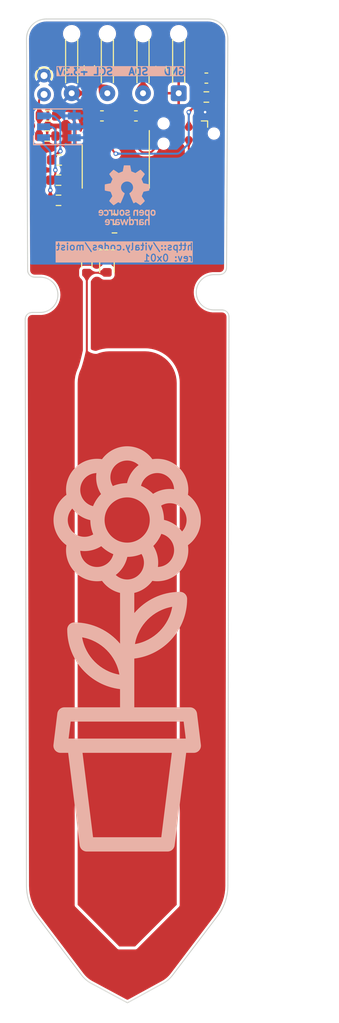
<source format=kicad_pcb>
(kicad_pcb (version 20221018) (generator pcbnew)
  (title_block (date "2023-03-28"))
  (layers (0 "F.Cu" signal) (31 "B.Cu" signal) (34 "B.Paste" user) (35 "F.Paste" user) (36 "B.SilkS" user "B.Silkscreen") (37 "F.SilkS" user "F.Silkscreen") (38 "B.Mask" user) (39 "F.Mask" user) (44 "Edge.Cuts" user))
  (net 0 "")
  (net 2 "+3.3V")
  (net 3 "GND")
  (net 10 "Net-(D1-K)")
  (net 11 "Net-(D1-A)")
  (net 12 "/SWDIO")
  (net 13 "/SWCLK")
  (net 14 "/I2C_SCL")
  (net 15 "/I2C_SDA")
  (net 16 "Net-(U1-PA4)")
  (net 17 "/LED_R")
  (net 18 "/LED_G")
  (net 19 "/LED_B")
  (net 20 "Net-(J2-~{RESET})")
  (net 21 "Net-(J1-Pin_2)")
  (net 22 "Net-(J1-Pin_3)")
  (net 24 "Net-(D2-RK)")
  (net 25 "Net-(D2-GK)")
  (net 26 "Net-(D2-BK)")
  (net 27 "/PHOTO_SENSE")
  (net 28 "Net-(R10-Pad2)")
  (footprint "Diode_SMD:D_0603_1608Metric" (layer "F.Cu") (at 125.349 81.026 -90)
    (fp_text reference "D1" hide)
    (fp_text value "D_Schottky")
  )
  (footprint "Resistor_SMD:R_0603_1608Metric" (layer "F.Cu") (at 130.81 61.278 -90)
    (fp_text reference "R2" hide)
    (fp_text value "200R")
  )
  (footprint "Capacitor_SMD:C_0603_1608Metric" (layer "F.Cu") (at 124.841 66.04 180)
    (fp_text reference "C3" hide)
    (fp_text value "100nF")
  )
  (footprint "Capacitor_SMD:C_0603_1608Metric" (layer "F.Cu") (at 128.27 66.04)
    (fp_text reference "C2" hide)
    (fp_text value "10uF")
  )
  (footprint "Resistor_SMD:R_0603_1608Metric" (layer "F.Cu") (at 119.38 66.04 180)
    (fp_text reference "R9" hide)
    (fp_text value "10K")
  )
  (footprint "Capacitor_SMD:C_0603_1608Metric" (layer "F.Cu") (at 126.111 76.454)
    (fp_text reference "C4" hide)
    (fp_text value "100nF")
  )
  (footprint "Resistor_THT:R_Axial_DIN0204_L3.6mm_D1.6mm_P1.90mm_Vertical" (layer "F.Cu") (at 118.999 61.976 -90)
    (fp_text reference "R10" hide)
    (fp_text value "R_Photo")
  )
  (footprint "Resistor_SMD:R_0603_1608Metric" (layer "F.Cu") (at 120.46 72.517 180)
    (fp_text reference "R7" hide)
    (fp_text value "200R")
  )
  (footprint "Resistor_SMD:R_0603_1608Metric" (layer "F.Cu") (at 126.111 78.359)
    (fp_text reference "R5" hide)
    (fp_text value "1M")
  )
  (footprint "Resistor_SMD:R_0603_1608Metric" (layer "F.Cu") (at 123.317 81.026 -90)
    (fp_text reference "R4" hide)
    (fp_text value "10K")
  )
  (footprint "Connector:Tag-Connect_TC2030-IDC-NL_2x03_P1.27mm_Vertical" (layer "F.Cu") (at 133.604 67.818 180)
    (fp_text reference "J2" hide)
    (fp_text value "Conn_ARM_SWD_TagConnect_TC2030-NL")
  )
  (footprint "Resistor_SMD:R_0603_1608Metric" (layer "F.Cu") (at 123.571 61.214 -90)
    (fp_text reference "R1" hide)
    (fp_text value "200R")
  )
  (footprint "Resistor_SMD:R_0603_1608Metric" (layer "F.Cu") (at 120.523 70.485 180)
    (fp_text reference "R8" hide)
    (fp_text value "200R")
  )
  (footprint "Capacitor_SMD:C_0603_1608Metric" (layer "F.Cu") (at 135.382 62.23)
    (fp_text reference "C1" hide)
    (fp_text value "100nF")
  )
  (footprint "SensorPad:SensorPad" (layer "F.Cu") (at 127.388932 119.768932)
    (fp_text reference "J3" hide)
    (fp_text value "Sensor")
  )
  (footprint "Resistor_SMD:R_0603_1608Metric" (layer "F.Cu") (at 120.46 74.549 180)
    (fp_text reference "R6" hide)
    (fp_text value "200R")
  )
  (footprint "Package_SO:TSSOP-20_4.4x6.5mm_P0.65mm" (layer "F.Cu") (at 126.238 71.12 -90)
    (fp_text reference "U1" hide)
    (fp_text value "STM32G030F6Px")
  )
  (footprint "Resistor_SMD:R_0603_1608Metric" (layer "F.Cu") (at 135.382 64.135)
    (fp_text reference "R3" hide)
    (fp_text value "10K")
  )
  (footprint "Connector_Wire:SolderWire-0.1sqmm_1x04_P3.6mm_D0.4mm_OD1mm_Relief" (layer "F.Cu") (at 132.588 63.754 180)
    (fp_text reference "J1" hide)
    (fp_text value "EXT")
  )
  (footprint "Resistor_SMD:R_0603_1608Metric" (layer "F.Cu") (at 119.317 68.072)
    (fp_text reference "R11" hide)
    (fp_text value "10K")
  )
  (footprint "LED_SMD:LED_RGB_PLCC-6" (layer "B.Cu") (at 120.497 67.14)
    (fp_text reference "D2" hide)
    (fp_text value "LED_RGB")
  )
  (footprint "Symbol:OSHW-Logo_5.7x6mm_SilkScreen" (layer "B.Cu") (at 127.381 74.041 180)
    (fp_text reference "REF**" hide)
    (fp_text value "OSHW-Logo_5.7x6mm_SilkScreen" hide)
  )
  (gr_poly (pts (xy 127.578523 99.348241) (xy 127.765844 99.365386) (xy 127.950606 99.393624) (xy 128.132389 99.432679) (xy 128.310772 99.482275) (xy 128.485337 99.542137) (xy 128.655662 99.61199) (xy 128.821327 99.691556) (xy 128.981912 99.780562) (xy 129.136997 99.87873) (xy 129.286161 99.985786) (xy 129.428986 100.101453) (xy 129.565049 100.225456) (xy 129.693932 100.357519) (xy 129.815213 100.497367) (xy 129.928473 100.644723) (xy 130.112779 100.620597) (xy 130.297451 100.607459) (xy 130.481997 100.605208) (xy 130.665924 100.613741) (xy 130.848742 100.632955) (xy 131.029958 100.662749) (xy 131.209081 100.703021) (xy 131.385618 100.753668) (xy 131.559079 100.814588) (xy 131.728972 100.885679) (xy 131.894804 100.966839) (xy 132.056084 101.057965) (xy 132.21232 101.158956) (xy 132.363021 101.269709) (xy 132.507694 101.390122) (xy 132.645848 101.520092) (xy 132.775834 101.658246) (xy 132.896259 101.802919) (xy 133.007023 101.953619) (xy 133.108021 102.109852) (xy 133.199152 102.271127) (xy 133.280313 102.436952) (xy 133.351402 102.606834) (xy 133.412316 102.780281) (xy 133.462953 102.956801) (xy 133.503211 103.135901) (xy 133.532986 103.31709) (xy 133.552178 103.499875) (xy 133.560682 103.683764) (xy 133.558397 103.868264) (xy 133.54522 104.052883) (xy 133.521049 104.23713) (xy 133.668394 104.350273) (xy 133.808239 104.47146) (xy 133.940308 104.600268) (xy 134.064323 104.736277) (xy 134.180007 104.879067) (xy 134.287085 105.028217) (xy 134.385278 105.183306) (xy 134.474311 105.343914) (xy 134.553905 105.509619) (xy 134.623786 105.680002) (xy 134.683675 105.854641) (xy 134.733296 106.033116) (xy 134.772371 106.215006) (xy 134.800625 106.399891) (xy 134.817781 106.587349) (xy 134.823561 106.77696) (xy 134.817785 106.966405) (xy 134.80064 107.153713) (xy 134.772402 107.338464) (xy 134.733347 107.520238) (xy 134.683751 107.698615) (xy 134.623889 107.873175) (xy 134.554036 108.043497) (xy 134.47447 108.209161) (xy 134.385464 108.369747) (xy 134.287296 108.524834) (xy 134.18024 108.674004) (xy 134.064573 108.816835) (xy 133.94057 108.952907) (xy 133.808507 109.0818) (xy 133.668659 109.203094) (xy 133.521303 109.316368) (xy 133.545428 109.500705) (xy 133.558563 109.685405) (xy 133.56081 109.869977) (xy 133.552271 110.053928) (xy 133.533049 110.236765) (xy 133.503246 110.417999) (xy 133.462964 110.597135) (xy 133.412305 110.773683) (xy 133.351372 110.94715) (xy 133.280268 111.117044) (xy 133.199094 111.282873) (xy 133.107953 111.444146) (xy 133.006947 111.60037) (xy 132.896178 111.751053) (xy 132.775749 111.895704) (xy 132.645763 112.03383) (xy 132.531465 112.142487) (xy 132.412596 112.244579) (xy 132.28944 112.340046) (xy 132.162279 112.428826) (xy 132.031398 112.510856) (xy 131.89708 112.586077) (xy 131.759607 112.654425) (xy 131.619264 112.71584) (xy 131.476333 112.77026) (xy 131.331097 112.817624) (xy 131.183841 112.85787) (xy 131.034847 112.890936) (xy 130.884398 112.916761) (xy 130.732778 112.935284) (xy 130.58027 112.946443) (xy 130.427157 112.950176) (xy 130.364751 112.949527) (xy 130.302323 112.947589) (xy 130.239889 112.944372) (xy 130.177465 112.939889) (xy 130.115069 112.934152) (xy 130.052718 112.927173) (xy 129.990428 112.918964) (xy 129.928217 112.909537) (xy 129.843174 113.021827) (xy 129.753458 113.12983) (xy 129.65925 113.233427) (xy 129.560732 113.332499) (xy 129.458087 113.426928) (xy 129.351496 113.516594) (xy 129.241142 113.60138) (xy 129.127207 113.681167) (xy 129.009873 113.755836) (xy 128.889321 113.825269) (xy 128.765734 113.889347) (xy 128.639294 113.947952) (xy 128.510184 114.000964) (xy 128.378584 114.048267) (xy 128.244678 114.08974) (xy 128.108646 114.125265) (xy 128.108646 116.15735) (xy 128.323198 115.917837) (xy 128.549981 115.689992) (xy 128.788479 115.474337) (xy 129.038176 115.271395) (xy 129.298555 115.081688) (xy 129.5691 114.905738) (xy 129.849296 114.744067) (xy 130.138624 114.597197) (xy 130.43657 114.465651) (xy 130.742617 114.34995) (xy 131.056248 114.250616) (xy 131.376948 114.168173) (xy 131.704199 114.103141) (xy 132.037486 114.056043) (xy 132.376292 114.027402) (xy 132.720101 114.017738) (xy 132.757132 114.018675) (xy 132.793678 114.021454) (xy 132.829693 114.026031) (xy 132.865132 114.032361) (xy 132.899951 114.040398) (xy 132.934102 114.050096) (xy 132.967543 114.061412) (xy 133.000226 114.074299) (xy 133.032107 114.088712) (xy 133.063141 114.104606) (xy 133.093282 114.121936) (xy 133.122484 114.140656) (xy 133.150704 114.160721) (xy 133.177895 114.182087) (xy 133.204013 114.204708) (xy 133.229011 114.228538) (xy 133.252845 114.253532) (xy 133.275469 114.279646) (xy 133.296839 114.306833) (xy 133.316908 114.335049) (xy 133.335632 114.364248) (xy 133.352966 114.394386) (xy 133.368863 114.425416) (xy 133.383279 114.457294) (xy 133.396169 114.489974) (xy 133.407487 114.523412) (xy 133.417188 114.557561) (xy 133.425226 114.592378) (xy 133.431557 114.627815) (xy 133.436135 114.663829) (xy 133.438916 114.700374) (xy 133.439852 114.737405) (xy 133.433069 115.025733) (xy 133.412921 115.310614) (xy 133.379714 115.591746) (xy 133.333754 115.868822) (xy 133.275346 116.141538) (xy 133.204796 116.409591) (xy 133.122408 116.672674) (xy 133.028487 116.930485) (xy 132.923341 117.182717) (xy 132.807272 117.429067) (xy 132.680588 117.66923) (xy 132.543593 117.902901) (xy 132.396593 118.129775) (xy 132.239892 118.349549) (xy 132.073797 118.561917) (xy 131.898612 118.766576) (xy 131.714643 118.963219) (xy 131.522196 119.151544) (xy 131.321575 119.331244) (xy 131.113086 119.502017) (xy 130.897034 119.663556) (xy 130.673725 119.815557) (xy 130.443463 119.957717) (xy 130.206555 120.08973) (xy 129.963306 120.211291) (xy 129.71402 120.322097) (xy 129.459004 120.421842) (xy 129.198562 120.510221) (xy 128.933 120.586932) (xy 128.662623 120.651668) (xy 128.387737 120.704125) (xy 128.108646 120.743998) (xy 128.108646 125.658219) (xy 133.724755 125.658219) (xy 133.758642 125.659007) (xy 133.792158 125.661349) (xy 133.825265 125.665212) (xy 133.857927 125.670562) (xy 133.890105 125.677366) (xy 133.921762 125.685592) (xy 133.952861 125.695205) (xy 133.983363 125.706174) (xy 134.013232 125.718464) (xy 134.042429 125.732043) (xy 134.070918 125.746877) (xy 134.098661 125.762934) (xy 134.12562 125.780179) (xy 134.151757 125.798581) (xy 134.177036 125.818105) (xy 134.201418 125.838719) (xy 134.224867 125.860389) (xy 134.247344 125.883082) (xy 134.268812 125.906766) (xy 134.289233 125.931407) (xy 134.308571 125.956971) (xy 134.326787 125.983426) (xy 134.343843 126.010738) (xy 134.359704 126.038875) (xy 134.37433 126.067803) (xy 134.387684 126.097489) (xy 134.399729 126.1279) (xy 134.410428 126.159002) (xy 134.419742 126.190763) (xy 134.427634 126.223149) (xy 134.434067 126.256127) (xy 134.439003 126.289665) (xy 134.8283 129.439772) (xy 134.832004 129.478159) (xy 134.833642 129.516496) (xy 134.833237 129.554707) (xy 134.830813 129.592715) (xy 134.826395 129.630442) (xy 134.820007 129.667813) (xy 134.811674 129.704749) (xy 134.801419 129.741173) (xy 134.789266 129.77701) (xy 134.775241 129.812181) (xy 134.759368 129.84661) (xy 134.74167 129.880219) (xy 134.722173 129.912932) (xy 134.7009 129.944671) (xy 134.677875 129.97536) (xy 134.653124 130.004921) (xy 134.626829 130.033113) (xy 134.599207 130.059725) (xy 134.570329 130.084722) (xy 134.54027 130.108074) (xy 134.509102 130.129746) (xy 134.476898 130.149707) (xy 134.443731 130.167922) (xy 134.409675 130.184359) (xy 134.374802 130.198986) (xy 134.339186 130.211769) (xy 134.302899 130.222676) (xy 134.266015 130.231673) (xy 134.228607 130.238728) (xy 134.190747 130.243808) (xy 134.152509 130.24688) (xy 134.113966 130.247912) (xy 133.345617 130.247912) (xy 132.18111 139.564972) (xy 132.176121 139.59847) (xy 132.16964 139.631407) (xy 132.161705 139.663752) (xy 132.152354 139.69547) (xy 132.141623 139.72653) (xy 132.129549 139.756897) (xy 132.116171 139.78654) (xy 132.101526 139.815425) (xy 132.08565 139.843518) (xy 132.068582 139.870788) (xy 132.050358 139.8972) (xy 132.031016 139.922723) (xy 132.010594 139.947322) (xy 131.989129 139.970965) (xy 131.966657 139.993619) (xy 131.943217 140.015251) (xy 131.918846 140.035828) (xy 131.893581 140.055316) (xy 131.86746 140.073683) (xy 131.840519 140.090896) (xy 131.812797 140.106922) (xy 131.784331 140.121727) (xy 131.755157 140.135279) (xy 131.725314 140.147545) (xy 131.694839 140.158491) (xy 131.663769 140.168085) (xy 131.632141 140.176294) (xy 131.599993 140.183084) (xy 131.567362 140.188422) (xy 131.534286 140.192277) (xy 131.500802 140.194613) (xy 131.466947 140.1954) (xy 123.311007 140.1954) (xy 123.277144 140.194613) (xy 123.243653 140.192277) (xy 123.21057 140.188422) (xy 123.177933 140.183084) (xy 123.145779 140.176293) (xy 123.114146 140.168085) (xy 123.083071 140.158491) (xy 123.052592 140.147544) (xy 123.022745 140.135279) (xy 122.993568 140.121726) (xy 122.965099 140.106921) (xy 122.937375 140.090895) (xy 122.910433 140.073682) (xy 122.88431 140.055315) (xy 122.859045 140.035827) (xy 122.834673 140.01525) (xy 122.811234 139.993618) (xy 122.788763 139.970964) (xy 122.767299 139.947321) (xy 122.746878 139.922722) (xy 122.727539 139.897199) (xy 122.709318 139.870787) (xy 122.692253 139.843517) (xy 122.676381 139.815424) (xy 122.66174 139.786539) (xy 122.648366 139.756897) (xy 122.636298 139.726529) (xy 122.625573 139.695469) (xy 122.616227 139.663751) (xy 122.608299 139.631407) (xy 122.601826 139.598469) (xy 122.596845 139.564972) (xy 121.432339 130.247912) (xy 120.663735 130.247912) (xy 120.657533 130.247746) (xy 122.883104 130.247746) (xy 123.946517 138.755898) (xy 130.831779 138.755898) (xy 131.895192 130.247746) (xy 122.883104 130.247746) (xy 120.657533 130.247746) (xy 120.625206 130.24688) (xy 120.586978 130.243808) (xy 120.549126 130.238728) (xy 120.511722 130.231673) (xy 120.47484 130.222676) (xy 120.438553 130.211769) (xy 120.402935 130.198986) (xy 120.368059 130.184359) (xy 120.333998 130.167922) (xy 120.300827 130.149707) (xy 120.268618 130.129746) (xy 120.237444 130.108074) (xy 120.20738 130.084722) (xy 120.178499 130.059725) (xy 120.150874 130.033113) (xy 120.124578 130.004921) (xy 120.099829 129.975362) (xy 120.07681 129.944678) (xy 120.055545 129.912948) (xy 120.036059 129.880246) (xy 120.018374 129.846651) (xy 120.002515 129.812239) (xy 119.988505 129.777085) (xy 119.976369 129.741268) (xy 119.966129 129.704863) (xy 119.957811 129.667948) (xy 119.951437 129.630599) (xy 119.947032 129.592892) (xy 119.944619 129.554904) (xy 119.944222 129.516713) (xy 119.945865 129.478394) (xy 119.949572 129.440024) (xy 120.027628 128.80841) (xy 121.477976 128.80841) (xy 133.299982 128.80841) (xy 133.088568 127.097636) (xy 121.689388 127.097636) (xy 121.477976 128.80841) (xy 120.027628 128.80841) (xy 120.33887 126.289916) (xy 120.343813 126.256379) (xy 120.350253 126.2234) (xy 120.358151 126.191014) (xy 120.36747 126.159253) (xy 120.378172 126.128151) (xy 120.390221 126.097741) (xy 120.403578 126.068055) (xy 120.418205 126.039127) (xy 120.434067 126.01099) (xy 120.451124 125.983678) (xy 120.469341 125.957223) (xy 120.488678 125.931659) (xy 120.509098 125.907018) (xy 120.530565 125.883335) (xy 120.553041 125.860641) (xy 120.576487 125.838971) (xy 120.600867 125.818358) (xy 120.626144 125.798834) (xy 120.652279 125.780432) (xy 120.679235 125.763187) (xy 120.706975 125.74713) (xy 120.735461 125.732296) (xy 120.764656 125.718718) (xy 120.794522 125.706427) (xy 120.825022 125.695459) (xy 120.856118 125.685845) (xy 120.887773 125.67762) (xy 120.919949 125.670816) (xy 120.952609 125.665466) (xy 120.985716 125.661603) (xy 121.019231 125.659261) (xy 121.053118 125.658473) (xy 126.669312 125.658473) (xy 126.669312 123.824762) (xy 126.390221 123.784889) (xy 126.115335 123.732432) (xy 125.844958 123.667696) (xy 125.579396 123.590986) (xy 125.318954 123.502607) (xy 125.063938 123.402862) (xy 124.814652 123.292057) (xy 124.571403 123.170495) (xy 124.334494 123.038483) (xy 124.104233 122.896323) (xy 123.880924 122.744322) (xy 123.664872 122.582783) (xy 123.456383 122.412011) (xy 123.255762 122.23231) (xy 123.063315 122.043986) (xy 122.879346 121.847342) (xy 122.704161 121.642684) (xy 122.538066 121.430316) (xy 122.381365 121.210542) (xy 122.234365 120.983668) (xy 122.09737 120.749997) (xy 121.970686 120.509834) (xy 121.854617 120.263484) (xy 121.74947 120.011252) (xy 121.65555 119.753442) (xy 121.573162 119.490358) (xy 121.502612 119.222305) (xy 121.444204 118.949589) (xy 121.398244 118.672512) (xy 121.390257 118.604893) (xy 122.844664 118.604893) (xy 122.879072 118.783093) (xy 122.92027 118.958806) (xy 122.968116 119.13189) (xy 123.022466 119.3022) (xy 123.083176 119.469593) (xy 123.150103 119.633926) (xy 123.302034 119.952838) (xy 123.47711 120.257787) (xy 123.674185 120.547625) (xy 123.892109 120.821206) (xy 124.129735 121.077382) (xy 124.385915 121.315005) (xy 124.659501 121.532927) (xy 124.949345 121.730001) (xy 125.254299 121.90508) (xy 125.573215 122.057015) (xy 125.737549 122.123945) (xy 125.904944 122.184659) (xy 126.075256 122.239014) (xy 126.248341 122.286865) (xy 126.424055 122.32807) (xy 126.602255 122.362485) (xy 126.56784 122.184284) (xy 126.526635 122.008571) (xy 126.478784 121.835487) (xy 126.424429 121.665177) (xy 126.363715 121.497784) (xy 126.296785 121.333451) (xy 126.14485 121.014539) (xy 125.969772 120.70959) (xy 125.772698 120.419751) (xy 125.554776 120.146171) (xy 125.317153 119.889995) (xy 125.060977 119.652372) (xy 124.787397 119.43445) (xy 124.56302 119.281886) (xy 128.17587 119.281886) (xy 128.354071 119.247472) (xy 128.529785 119.206267) (xy 128.70287 119.158415) (xy 128.873181 119.104061) (xy 129.040577 119.043347) (xy 129.204912 118.976417) (xy 129.523828 118.824482) (xy 129.828782 118.649403) (xy 130.118626 118.452329) (xy 130.392212 118.234407) (xy 130.648391 117.996785) (xy 130.886017 117.740609) (xy 131.103942 117.467028) (xy 131.301016 117.17719) (xy 131.476092 116.872241) (xy 131.628023 116.553329) (xy 131.69495 116.388996) (xy 131.75566 116.221603) (xy 131.81001 116.051293) (xy 131.857855 115.87821) (xy 131.899053 115.702496) (xy 131.933461 115.524296) (xy 131.75526 115.558711) (xy 131.579546 115.599916) (xy 131.406462 115.647767) (xy 131.23615 115.702122) (xy 131.068755 115.762836) (xy 130.90442 115.829766) (xy 130.585504 115.981701) (xy 130.28055 116.15678) (xy 129.990706 116.353854) (xy 129.71712 116.571776) (xy 129.460941 116.809399) (xy 129.223315 117.065574) (xy 129.005391 117.339155) (xy 128.808316 117.628994) (xy 128.63324 117.933942) (xy 128.481309 118.252854) (xy 128.414382 118.417186) (xy 128.353672 118.58458) (xy 128.299322 118.75489) (xy 128.251476 118.927973) (xy 128.210278 119.103687) (xy 128.17587 119.281886) (xy 124.56302 119.281886) (xy 124.497558 119.237376) (xy 124.192609 119.062298) (xy 123.873698 118.910363) (xy 123.709365 118.843432) (xy 123.541972 118.782718) (xy 123.371661 118.728364) (xy 123.198578 118.680513) (xy 123.022864 118.639308) (xy 122.844664 118.604893) (xy 121.390257 118.604893) (xy 121.365037 118.391381) (xy 121.344889 118.106499) (xy 121.338106 117.818172) (xy 121.339042 117.781141) (xy 121.341821 117.744596) (xy 121.346399 117.708582) (xy 121.352728 117.673144) (xy 121.360765 117.638328) (xy 121.370463 117.604179) (xy 121.381779 117.570741) (xy 121.394665 117.53806) (xy 121.409079 117.506182) (xy 121.424973 117.475152) (xy 121.442302 117.445015) (xy 121.461023 117.415815) (xy 121.481088 117.387599) (xy 121.502454 117.360412) (xy 121.525074 117.334299) (xy 121.548904 117.309304) (xy 121.573899 117.285474) (xy 121.600012 117.262854) (xy 121.627199 117.241488) (xy 121.655415 117.221422) (xy 121.684615 117.202702) (xy 121.714752 117.185372) (xy 121.745782 117.169478) (xy 121.77766 117.155065) (xy 121.810341 117.142178) (xy 121.843779 117.130863) (xy 121.877928 117.121164) (xy 121.912745 117.113128) (xy 121.948182 117.106798) (xy 121.984196 117.102221) (xy 122.020741 117.099442) (xy 122.057772 117.098505) (xy 122.401596 117.108167) (xy 122.740415 117.136806) (xy 123.073713 117.1839) (xy 123.400974 117.248927) (xy 123.721682 117.331366) (xy 124.03532 117.430694) (xy 124.341372 117.54639) (xy 124.639322 117.677933) (xy 124.928654 117.824799) (xy 125.208852 117.986468) (xy 125.479399 118.162418) (xy 125.73978 118.352127) (xy 125.989478 118.555073) (xy 126.227976 118.770734) (xy 126.45476 118.99859) (xy 126.669312 119.238117) (xy 126.669312 114.125435) (xy 126.533295 114.089911) (xy 126.399402 114.04844) (xy 126.267813 114.001141) (xy 126.138711 113.948132) (xy 126.012278 113.889532) (xy 125.888696 113.825457) (xy 125.768147 113.756027) (xy 125.650814 113.681358) (xy 125.536877 113.601571) (xy 125.426521 113.516781) (xy 125.319925 113.427108) (xy 125.217273 113.332669) (xy 125.118746 113.233584) (xy 125.024527 113.129968) (xy 124.934798 113.021942) (xy 124.84974 112.909622) (xy 124.787497 112.919054) (xy 124.725178 112.927273) (xy 124.662802 112.934265) (xy 124.600387 112.940018) (xy 124.537951 112.944516) (xy 124.475515 112.947746) (xy 124.413097 112.949695) (xy 124.350715 112.950347) (xy 124.197575 112.946614) (xy 124.045049 112.935455) (xy 123.893418 112.916932) (xy 123.742964 112.891105) (xy 123.59397 112.858038) (xy 123.446718 112.81779) (xy 123.301489 112.770424) (xy 123.158566 112.716) (xy 123.01823 112.65458) (xy 122.880764 112.586226) (xy 122.74645 112.510999) (xy 122.61557 112.42896) (xy 122.488405 112.34017) (xy 122.457799 112.316444) (xy 126.236157 112.316444) (xy 126.295085 112.36873) (xy 126.356285 112.41819) (xy 126.419647 112.464749) (xy 126.485058 112.508331) (xy 126.552406 112.54886) (xy 126.621579 112.586261) (xy 126.692466 112.620458) (xy 126.764954 112.651377) (xy 126.838931 112.678941) (xy 126.914286 112.703074) (xy 126.990906 112.723702) (xy 127.068679 112.740749) (xy 127.147493 112.754139) (xy 127.227237 112.763797) (xy 127.307798 112.769647) (xy 127.389064 112.771614) (xy 127.450943 112.77048) (xy 127.512438 112.767097) (xy 127.573498 112.761499) (xy 127.634072 112.753718) (xy 127.694111 112.743786) (xy 127.753565 112.731735) (xy 127.812383 112.717597) (xy 127.870516 112.701405) (xy 127.927912 112.683192) (xy 127.984524 112.662988) (xy 128.040299 112.640828) (xy 128.095188 112.616742) (xy 128.149141 112.590763) (xy 128.202108 112.562923) (xy 128.254038 112.533255) (xy 128.304882 112.501791) (xy 128.35459 112.468563) (xy 128.403111 112.433604) (xy 128.450395 112.396945) (xy 128.496392 112.358619) (xy 128.541052 112.318659) (xy 128.584325 112.277095) (xy 128.626161 112.233962) (xy 128.666509 112.18929) (xy 128.705321 112.143113) (xy 128.742544 112.095462) (xy 128.77813 112.04637) (xy 128.812029 111.995869) (xy 128.844189 111.943991) (xy 128.874562 111.890769) (xy 128.903096 111.836235) (xy 128.929742 111.78042) (xy 128.94805 111.738801) (xy 128.965189 111.696846) (xy 128.981158 111.654566) (xy 128.995955 111.611967) (xy 129.009578 111.56906) (xy 129.022025 111.525852) (xy 129.033296 111.482352) (xy 129.043387 111.438569) (xy 129.052297 111.394511) (xy 129.060025 111.350186) (xy 129.066568 111.305604) (xy 129.071926 111.260773) (xy 129.076096 111.2157) (xy 129.079076 111.170396) (xy 129.080865 111.124869) (xy 129.081461 111.079126) (xy 129.080432 111.020792) (xy 129.07736 110.96272) (xy 129.072273 110.904959) (xy 129.065196 110.847552) (xy 129.056155 110.790545) (xy 129.045176 110.733984) (xy 129.032285 110.677915) (xy 129.017507 110.622382) (xy 129.000869 110.567432) (xy 128.982397 110.51311) (xy 128.962116 110.459461) (xy 128.940053 110.406531) (xy 128.916233 110.354366) (xy 128.890682 110.30301) (xy 128.863426 110.252511) (xy 128.834491 110.202912) (xy 128.751472 110.23688) (xy 128.667469 110.268883) (xy 128.582512 110.298893) (xy 128.49663 110.326883) (xy 128.409851 110.352825) (xy 128.322205 110.376691) (xy 128.233721 110.398452) (xy 128.144426 110.418081) (xy 128.054351 110.43555) (xy 127.963523 110.450832) (xy 127.871973 110.463897) (xy 127.779728 110.474719) (xy 127.686818 110.483269) (xy 127.593272 110.48952) (xy 127.499118 110.493443) (xy 127.404386 110.495011) (xy 127.378478 110.602796) (xy 127.348816 110.709516) (xy 127.315441 110.815066) (xy 127.278392 110.919345) (xy 127.237707 111.022248) (xy 127.193426 111.123673) (xy 127.145587 111.223516) (xy 127.094231 111.321675) (xy 127.039397 111.418046) (xy 126.981123 111.512525) (xy 126.919449 111.605011) (xy 126.854413 111.695399) (xy 126.786056 111.783586) (xy 126.714416 111.869469) (xy 126.639533 111.952945) (xy 126.561445 112.033912) (xy 126.522698 112.071947) (xy 126.483366 112.109169) (xy 126.443468 112.145594) (xy 126.403024 112.181242) (xy 126.362052 112.216133) (xy 126.320571 112.250284) (xy 126.2786 112.283715) (xy 126.236157 112.316444) (xy 122.457799 112.316444) (xy 122.365238 112.244692) (xy 122.246351 112.142586) (xy 122.132025 112.033914) (xy 122.002069 111.895758) (xy 121.881666 111.751082) (xy 121.770921 111.600377) (xy 121.669934 111.444135) (xy 121.57881 111.282848) (xy 121.49765 111.117009) (xy 121.426557 110.947109) (xy 121.365633 110.77364) (xy 121.314982 110.597094) (xy 121.274705 110.417964) (xy 121.244906 110.23674) (xy 121.225686 110.053916) (xy 121.217546 109.878555) (xy 122.656366 109.878555) (xy 122.661081 109.957253) (xy 122.669398 110.035557) (xy 122.681291 110.113333) (xy 122.696736 110.19045) (xy 122.715708 110.266774) (xy 122.73818 110.342174) (xy 122.764128 110.416516) (xy 122.793526 110.489668) (xy 122.82635 110.561497) (xy 122.862573 110.631872) (xy 122.90217 110.700658) (xy 122.945117 110.767725) (xy 122.991387 110.832938) (xy 123.040956 110.896166) (xy 123.093798 110.957276) (xy 123.149888 111.016136) (xy 123.240294 111.100147) (xy 123.33575 111.176664) (xy 123.43579 111.245584) (xy 123.539949 111.306808) (xy 123.647759 111.360233) (xy 123.758754 111.40576) (xy 123.872469 111.443286) (xy 123.988437 111.472711) (xy 124.106192 111.493933) (xy 124.225268 111.506853) (xy 124.345198 111.511367) (xy 124.465517 111.507376) (xy 124.585758 111.494778) (xy 124.705454 111.473473) (xy 124.82414 111.443358) (xy 124.94135 111.404334) (xy 124.983611 111.387876) (xy 125.025297 111.370353) (xy 125.0664 111.351769) (xy 125.106911 111.332129) (xy 125.146822 111.31144) (xy 125.186123 111.289706) (xy 125.224805 111.266934) (xy 125.26286 111.243128) (xy 125.30028 111.218295) (xy 125.337054 111.192439) (xy 125.373175 111.165566) (xy 125.408634 111.137681) (xy 125.443421 111.108791) (xy 125.477529 111.078899) (xy 125.510947 111.048013) (xy 125.543668 111.016137) (xy 125.584215 110.974119) (xy 125.623135 110.93084) (xy 125.660415 110.886351) (xy 125.696039 110.840702) (xy 125.729994 110.793944) (xy 125.762264 110.746127) (xy 125.792835 110.697302) (xy 125.821692 110.647519) (xy 125.848821 110.59683) (xy 125.874207 110.545284) (xy 125.897835 110.492933) (xy 125.919691 110.439826) (xy 125.93976 110.386016) (xy 125.958027 110.331551) (xy 125.974479 110.276483) (xy 125.989099 110.220862) (xy 125.903735 110.184781) (xy 125.819462 110.146663) (xy 125.736313 110.106536) (xy 125.654319 110.06443) (xy 125.573512 110.020376) (xy 125.493924 109.974403) (xy 125.415587 109.926541) (xy 125.338532 109.876819) (xy 125.262792 109.825268) (xy 125.188399 109.771917) (xy 125.115384 109.716796) (xy 125.04378 109.659935) (xy 124.973617 109.601363) (xy 124.904929 109.541111) (xy 124.837747 109.479207) (xy 124.772102 109.415682) (xy 124.677545 109.473696) (xy 124.581074 109.528294) (xy 124.482792 109.579433) (xy 124.382799 109.627067) (xy 124.281197 109.67115) (xy 124.178087 109.711637) (xy 124.07357 109.748483) (xy 123.967748 109.781643) (xy 123.86072 109.811071) (xy 123.75259 109.836723) (xy 123.643457 109.858552) (xy 123.533423 109.876514) (xy 123.42259 109.890563) (xy 123.311058 109.900654) (xy 123.198929 109.906742) (xy 123.086304 109.908781) (xy 123.031996 109.908277) (xy 122.977847 109.906784) (xy 122.92386 109.904329) (xy 122.870033 109.900938) (xy 122.81637 109.896638) (xy 122.76287 109.891457) (xy 122.709535 109.88542) (xy 122.656366 109.878555) (xy 121.217546 109.878555) (xy 121.217149 109.869983) (xy 121.219396 109.685434) (xy 121.232531 109.50076) (xy 121.246516 109.393923) (xy 130.027699 109.393923) (xy 130.085698 109.488463) (xy 130.140284 109.584914) (xy 130.191411 109.683175) (xy 130.239035 109.783144) (xy 130.28311 109.88472) (xy 130.323591 109.987802) (xy 130.360431 110.092287) (xy 130.393587 110.198076) (xy 130.423012 110.305066) (xy 130.44866 110.413156) (xy 130.470488 110.522245) (xy 130.488448 110.632232) (xy 130.502496 110.743015) (xy 130.512587 110.854492) (xy 130.518675 110.966564) (xy 130.520714 111.079128) (xy 130.520211 111.133468) (xy 130.518718 111.187647) (xy 130.516263 111.241664) (xy 130.512872 111.295515) (xy 130.508572 111.3492) (xy 130.50339 111.402717) (xy 130.497353 111.456062) (xy 130.490487 111.509235) (xy 130.5692 111.504566) (xy 130.647517 111.496291) (xy 130.725304 111.484436) (xy 130.80243 111.469026) (xy 130.878762 111.450087) (xy 130.954166 111.427644) (xy 131.028512 111.401723) (xy 131.101665 111.37235) (xy 131.173493 111.339549) (xy 131.243865 111.303347) (xy 131.312647 111.263769) (xy 131.379706 111.220841) (xy 131.444911 111.174588) (xy 131.508128 111.125036) (xy 131.569226 111.07221) (xy 131.62807 111.016136) (xy 131.712144 110.925686) (xy 131.788721 110.830194) (xy 131.8577 110.730124) (xy 131.91898 110.625944) (xy 131.97246 110.518118) (xy 132.018039 110.407113) (xy 132.055616 110.293394) (xy 132.085089 110.177427) (xy 132.106358 110.059679) (xy 132.119322 109.940614) (xy 132.123879 109.820699) (xy 132.119928 109.7004) (xy 132.107369 109.580182) (xy 132.0861 109.460511) (xy 132.05602 109.341853) (xy 132.017028 109.224674) (xy 132.000555 109.182416) (xy 131.983019 109.140736) (xy 131.964423 109.099643) (xy 131.944774 109.059147) (xy 131.924077 109.019257) (xy 131.902336 108.979982) (xy 131.879558 108.94133) (xy 131.855748 108.903311) (xy 131.830911 108.865935) (xy 131.805052 108.829209) (xy 131.778177 108.793144) (xy 131.750292 108.757747) (xy 131.7214 108.723029) (xy 131.691509 108.688998) (xy 131.660622 108.655663) (xy 131.628746 108.623033) (xy 131.58608 108.581793) (xy 131.542305 108.542281) (xy 131.497459 108.504504) (xy 131.451577 108.468471) (xy 131.404698 108.434192) (xy 131.356857 108.401675) (xy 131.308091 108.370928) (xy 131.258437 108.341961) (xy 131.207932 108.314781) (xy 131.156612 108.289398) (xy 131.104514 108.26582) (xy 131.051675 108.244057) (xy 130.998132 108.224116) (xy 130.943921 108.206006) (xy 130.889078 108.189736) (xy 130.833641 108.175315) (xy 130.797557 108.260792) (xy 130.759426 108.345178) (xy 130.719281 108.428442) (xy 130.67715 108.510551) (xy 130.633064 108.591471) (xy 130.587053 108.671172) (xy 130.539147 108.74962) (xy 130.489377 108.826783) (xy 130.437771 108.902628) (xy 130.384362 108.977124) (xy 130.329178 109.050236) (xy 130.27225 109.121934) (xy 130.213608 109.192183) (xy 130.153282 109.260953) (xy 130.091302 109.32821) (xy 130.027699 109.393923) (xy 121.246516 109.393923) (xy 121.256657 109.316452) (xy 121.109315 109.203193) (xy 120.96948 109.081912) (xy 120.837428 108.95303) (xy 120.713435 108.816967) (xy 120.597776 108.674143) (xy 120.490727 108.524979) (xy 120.392564 108.369894) (xy 120.303563 108.209309) (xy 120.224 108.043644) (xy 120.15415 107.873319) (xy 120.09429 107.698755) (xy 120.044695 107.520371) (xy 120.005641 107.338588) (xy 119.977403 107.153826) (xy 119.960259 106.966505) (xy 119.954482 106.777045) (xy 119.954485 106.77696) (xy 121.393817 106.77696) (xy 121.394952 106.838779) (xy 121.398336 106.900216) (xy 121.403937 106.961224) (xy 121.411721 107.02175) (xy 121.421658 107.081746) (xy 121.433714 107.14116) (xy 121.447858 107.199944) (xy 121.464057 107.258047) (xy 121.482279 107.315418) (xy 121.502492 107.372008) (xy 121.524663 107.427766) (xy 121.548761 107.482643) (xy 121.574752 107.536589) (xy 121.602605 107.589552) (xy 121.632287 107.641484) (xy 121.663766 107.692334) (xy 121.69701 107.742051) (xy 121.731987 107.790587) (xy 121.768664 107.83789) (xy 121.807009 107.88391) (xy 121.84699 107.928599) (xy 121.888575 107.971904) (xy 121.931731 108.013777) (xy 121.976425 108.054167) (xy 122.022627 108.093024) (xy 122.070303 108.130298) (xy 122.119421 108.165939) (xy 122.16995 108.199897) (xy 122.221856 108.232121) (xy 122.275107 108.262562) (xy 122.329672 108.29117) (xy 122.385518 108.317893) (xy 122.427048 108.336171) (xy 122.468925 108.353284) (xy 122.511138 108.36923) (xy 122.553679 108.384007) (xy 122.596538 108.397614) (xy 122.639707 108.410048) (xy 122.683176 108.421307) (xy 122.726936 108.431389) (xy 122.770977 108.440293) (xy 122.815292 108.448015) (xy 122.859869 108.454556) (xy 122.904701 108.459911) (xy 122.949778 108.46408) (xy 122.995091 108.46706) (xy 123.040631 108.46885) (xy 123.086388 108.469447) (xy 123.144741 108.468417) (xy 123.202833 108.465346) (xy 123.26062 108.460259) (xy 123.318053 108.453182) (xy 123.375089 108.44414) (xy 123.43168 108.433161) (xy 123.487781 108.42027) (xy 123.543345 108.405492) (xy 123.598327 108.388854) (xy 123.652681 108.370381) (xy 123.70636 108.3501) (xy 123.759318 108.328036) (xy 123.81151 108.304216) (xy 123.86289 108.278665) (xy 123.913411 108.251409) (xy 123.963027 108.222474) (xy 123.929016 108.139374) (xy 123.896976 108.05529) (xy 123.866936 107.970249) (xy 123.838923 107.884281) (xy 123.812964 107.797415) (xy 123.789087 107.709681) (xy 123.767319 107.621106) (xy 123.747688 107.531721) (xy 123.73022 107.441554) (xy 123.714944 107.350634) (xy 123.701887 107.25899) (xy 123.691076 107.166651) (xy 123.682539 107.073647) (xy 123.676302 106.980006) (xy 123.672394 106.885757) (xy 123.670842 106.79093) (xy 123.612371 106.776875) (xy 125.109837 106.776875) (xy 125.112808 106.893981) (xy 125.121626 107.00957) (xy 125.136146 107.123498) (xy 125.156224 107.23562) (xy 125.181716 107.345792) (xy 125.212477 107.453869) (xy 125.248363 107.559708) (xy 125.289229 107.663165) (xy 125.334932 107.764093) (xy 125.385328 107.862351) (xy 125.440271 107.957792) (xy 125.499617 108.050274) (xy 125.563223 108.139651) (xy 125.630944 108.225779) (xy 125.702635 108.308514) (xy 125.778153 108.387711) (xy 125.857352 108.463227) (xy 125.94009 108.534917) (xy 126.02622 108.602636) (xy 126.1156 108.66624) (xy 126.208085 108.725586) (xy 126.30353 108.780528) (xy 126.401792 108.830923) (xy 126.502725 108.876625) (xy 126.606186 108.917492) (xy 126.71203 108.953377) (xy 126.820113 108.984138) (xy 126.930291 109.009629) (xy 127.042419 109.029707) (xy 127.156354 109.044227) (xy 127.27195 109.053045) (xy 127.389064 109.056017) (xy 127.506177 109.053045) (xy 127.621774 109.044227) (xy 127.735708 109.029707) (xy 127.847836 109.009629) (xy 127.958014 108.984138) (xy 128.066097 108.953377) (xy 128.171941 108.917492) (xy 128.275402 108.876625) (xy 128.376335 108.830923) (xy 128.474597 108.780528) (xy 128.570042 108.725586) (xy 128.662526 108.66624) (xy 128.751906 108.602636) (xy 128.838037 108.534917) (xy 128.920774 108.463227) (xy 128.999974 108.387711) (xy 129.075491 108.308514) (xy 129.147183 108.225779) (xy 129.214903 108.139651) (xy 129.278509 108.050274) (xy 129.337856 107.957792) (xy 129.392799 107.862351) (xy 129.443194 107.764093) (xy 129.488897 107.663165) (xy 129.529764 107.559708) (xy 129.56565 107.453869) (xy 129.596411 107.345792) (xy 129.621902 107.23562) (xy 129.641981 107.123498) (xy 129.656501 107.00957) (xy 129.665318 106.893981) (xy 129.66829 106.776875) (xy 129.665318 106.659762) (xy 129.656501 106.544166) (xy 129.641981 106.430231) (xy 129.621902 106.318103) (xy 129.596411 106.207925) (xy 129.56565 106.099842) (xy 129.529764 105.993998) (xy 129.488897 105.890537) (xy 129.443194 105.789604) (xy 129.392799 105.691343) (xy 129.337856 105.595898) (xy 129.278509 105.503413) (xy 129.214903 105.414033) (xy 129.148837 105.330006) (xy 130.814674 105.330006) (xy 130.848717 105.413106) (xy 130.880789 105.497191) (xy 130.91086 105.582232) (xy 130.938904 105.668201) (xy 130.964893 105.755068) (xy 130.9888 105.842804) (xy 131.010597 105.931381) (xy 131.030257 106.02077) (xy 131.047751 106.110942) (xy 131.063053 106.201867) (xy 131.076135 106.293518) (xy 131.08697 106.385865) (xy 131.095529 106.478879) (xy 131.101786 106.572531) (xy 131.105713 106.666793) (xy 131.107282 106.761635) (xy 131.215077 106.787528) (xy 131.321799 106.817173) (xy 131.427344 106.850534) (xy 131.531611 106.887569) (xy 131.634497 106.928241) (xy 131.7359 106.97251) (xy 131.835719 107.020338) (xy 131.93385 107.071685) (xy 132.030193 107.126513) (xy 132.124645 107.184782) (xy 132.217104 107.246454) (xy 132.307468 107.31149) (xy 132.395634 107.379851) (xy 132.481501 107.451497) (xy 132.564967 107.526391) (xy 132.645929 107.604492) (xy 132.684 107.64318) (xy 132.721263 107.682461) (xy 132.757734 107.722315) (xy 132.79343 107.762723) (xy 132.828368 107.803667) (xy 132.862564 107.845129) (xy 132.896036 107.887088) (xy 132.9288 107.929527) (xy 132.981118 107.870572) (xy 133.030609 107.809351) (xy 133.077198 107.745977) (xy 133.12081 107.680561) (xy 133.161368 107.613214) (xy 133.198797 107.544049) (xy 133.233021 107.473177) (xy 133.263965 107.40071) (xy 133.291551 107.326759) (xy 133.315705 107.251437) (xy 133.336352 107.174855) (xy 133.353414 107.097125) (xy 133.366816 107.018359) (xy 133.376483 106.938668) (xy 133.382339 106.858165) (xy 133.384308 106.77696) (xy 133.383173 106.715096) (xy 133.379789 106.653616) (xy 133.374188 106.592571) (xy 133.366404 106.53201) (xy 133.356467 106.471985) (xy 133.34441 106.412543) (xy 133.330266 106.353737) (xy 133.314066 106.295615) (xy 133.295844 106.238228) (xy 133.27563 106.181626) (xy 133.253458 106.125859) (xy 133.22936 106.070977) (xy 133.203368 106.01703) (xy 133.175514 105.964068) (xy 133.14583 105.912142) (xy 133.114349 105.8613) (xy 133.081102 105.811594) (xy 133.046123 105.763073) (xy 133.009443 105.715788) (xy 132.971095 105.669788) (xy 132.931111 105.625124) (xy 132.889523 105.581846) (xy 132.846363 105.540003) (xy 132.801664 105.499645) (xy 132.755458 105.460824) (xy 132.707777 105.423588) (xy 132.658653 105.387989) (xy 132.608119 105.354075) (xy 132.556207 105.321897) (xy 132.502948 105.291506) (xy 132.448377 105.26295) (xy 132.392523 105.236281) (xy 132.350952 105.217959) (xy 132.309047 105.20081) (xy 132.266817 105.184833) (xy 132.224269 105.170032) (xy 132.181412 105.156406) (xy 132.138253 105.143956) (xy 132.094801 105.132686) (xy 132.051062 105.122594) (xy 132.007046 105.113684) (xy 131.96276 105.105955) (xy 131.918212 105.099409) (xy 131.87341 105.094048) (xy 131.828362 105.089873) (xy 131.783075 105.086884) (xy 131.737559 105.085084) (xy 131.69182 105.084472) (xy 131.632668 105.08548) (xy 131.573947 105.088491) (xy 131.515687 105.093484) (xy 131.457921 105.100442) (xy 131.40068 105.109343) (xy 131.343995 105.120169) (xy 131.287898 105.132901) (xy 131.23242 105.147518) (xy 131.177593 105.164001) (xy 131.123448 105.182331) (xy 131.070017 105.202489) (xy 131.017332 105.224455) (xy 130.965423 105.248209) (xy 130.914323 105.273731) (xy 130.864063 105.301004) (xy 130.814674 105.330006) (xy 129.148837 105.330006) (xy 129.147183 105.327902) (xy 129.075491 105.245165) (xy 128.999974 105.165965) (xy 128.920774 105.090448) (xy 128.838037 105.018756) (xy 128.751906 104.951036) (xy 128.662526 104.88743) (xy 128.570042 104.828083) (xy 128.474597 104.77314) (xy 128.376335 104.722745) (xy 128.275402 104.677042) (xy 128.171941 104.636175) (xy 128.066097 104.600289) (xy 127.958014 104.569528) (xy 127.847836 104.544036) (xy 127.735708 104.523958) (xy 127.621774 104.509438) (xy 127.506177 104.50062) (xy 127.389064 104.497649) (xy 127.27195 104.50062) (xy 127.156354 104.509438) (xy 127.04242 104.523958) (xy 126.930291 104.544036) (xy 126.820114 104.569528) (xy 126.71203 104.600289) (xy 126.606186 104.636175) (xy 126.502725 104.677041) (xy 126.401792 104.722745) (xy 126.303531 104.77314) (xy 126.208086 104.828083) (xy 126.115601 104.887429) (xy 126.026221 104.951035) (xy 125.94009 105.018756) (xy 125.857353 105.090447) (xy 125.778153 105.165965) (xy 125.702635 105.245164) (xy 125.630944 105.327902) (xy 125.563223 105.414033) (xy 125.499618 105.503412) (xy 125.440271 105.595897) (xy 125.385328 105.691342) (xy 125.334933 105.789604) (xy 125.289229 105.890537) (xy 125.248363 105.993998) (xy 125.212477 106.099842) (xy 125.181716 106.207925) (xy 125.156224 106.318103) (xy 125.136146 106.430231) (xy 125.121626 106.544166) (xy 125.112808 106.659762) (xy 125.109837 106.776875) (xy 123.612371 106.776875) (xy 123.563086 106.765029) (xy 123.45639 106.735389) (xy 123.350859 106.702048) (xy 123.246595 106.665041) (xy 123.143703 106.624407) (xy 123.042286 106.580183) (xy 122.942449 106.532406) (xy 122.844294 106.481113) (xy 122.747927 106.426342) (xy 122.653451 106.368129) (xy 122.560969 106.306512) (xy 122.470585 106.241528) (xy 122.382404 106.173214) (xy 122.296528 106.101608) (xy 122.213063 106.026746) (xy 122.132111 105.948666) (xy 122.094075 105.909926) (xy 122.056855 105.870617) (xy 122.020433 105.830756) (xy 121.98479 105.790361) (xy 121.94991 105.74945) (xy 121.915774 105.708041) (xy 121.882364 105.666152) (xy 121.849663 105.6238) (xy 121.7973 105.682743) (xy 121.747767 105.743956) (xy 121.701139 105.80733) (xy 121.657493 105.872752) (xy 121.616904 105.940111) (xy 121.579447 106.009295) (xy 121.545199 106.080193) (xy 121.514234 106.152692) (xy 121.486629 106.226682) (xy 121.46246 106.30205) (xy 121.441801 106.378685) (xy 121.424728 106.456476) (xy 121.411318 106.53531) (xy 121.401646 106.615077) (xy 121.395787 106.695664) (xy 121.393817 106.77696) (xy 119.954485 106.77696) (xy 119.96026 106.587481) (xy 119.977407 106.40007) (xy 120.00565 106.21523) (xy 120.044711 106.033382) (xy 120.094315 105.854946) (xy 120.154186 105.680341) (xy 120.224048 105.509988) (xy 120.303626 105.344305) (xy 120.392644 105.183714) (xy 120.490826 105.028633) (xy 120.597895 104.879483) (xy 120.713577 104.736683) (xy 120.837595 104.600653) (xy 120.969674 104.471814) (xy 121.109537 104.350584) (xy 121.256909 104.237384) (xy 121.232735 104.053179) (xy 121.219551 103.86859) (xy 121.217864 103.733093) (xy 122.654401 103.733093) (xy 122.658399 103.853356) (xy 122.671009 103.973534) (xy 122.692333 104.093163) (xy 122.722471 104.211776) (xy 122.761525 104.328908) (xy 122.777892 104.371089) (xy 122.795336 104.412696) (xy 122.813852 104.453721) (xy 122.833435 104.494158) (xy 122.854081 104.534) (xy 122.875785 104.573241) (xy 122.898543 104.611873) (xy 122.922348 104.64989) (xy 122.947198 104.687285) (xy 122.973087 104.724051) (xy 123.000009 104.760181) (xy 123.027962 104.795669) (xy 123.05694 104.830507) (xy 123.086937 104.864689) (xy 123.11795 104.898208) (xy 123.149974 104.931058) (xy 123.192551 104.972205) (xy 123.236245 105.011631) (xy 123.28102 105.049328) (xy 123.326839 105.085286) (xy 123.373664 105.119496) (xy 123.421459 105.151951) (xy 123.470186 105.182641) (xy 123.519809 105.211558) (xy 123.57029 105.238693) (xy 123.621591 105.264037) (xy 123.673677 105.287582) (xy 123.72651 105.309319) (xy 123.780053 105.32924) (xy 123.834269 105.347334) (xy 123.88912 105.363595) (xy 123.94457 105.378013) (xy 123.980669 105.292538) (xy 124.01881 105.208154) (xy 124.058963 105.124895) (xy 124.101098 105.042792) (xy 124.145186 104.961879) (xy 124.191196 104.882188) (xy 124.2391 104.80375) (xy 124.288867 104.726598) (xy 124.340468 104.650765) (xy 124.393872 104.576283) (xy 124.449051 104.503185) (xy 124.505974 104.431502) (xy 124.564611 104.361267) (xy 124.624933 104.292513) (xy 124.68691 104.225271) (xy 124.750513 104.159575) (xy 124.692483 104.065005) (xy 124.637868 103.968527) (xy 124.586714 103.870244) (xy 124.539065 103.770256) (xy 124.494967 103.668665) (xy 124.454466 103.565572) (xy 124.417607 103.461078) (xy 124.384434 103.355284) (xy 124.354995 103.248291) (xy 124.329333 103.140202) (xy 124.307495 103.031116) (xy 124.289526 102.921135) (xy 124.27547 102.81036) (xy 124.265375 102.698893) (xy 124.259284 102.586834) (xy 124.257244 102.474285) (xy 125.696576 102.474285) (xy 125.697607 102.532592) (xy 125.700681 102.590643) (xy 125.705773 102.648392) (xy 125.712857 102.705792) (xy 125.721907 102.762797) (xy 125.732897 102.819362) (xy 125.745802 102.875441) (xy 125.760594 102.930988) (xy 125.777249 102.985956) (xy 125.795741 103.040299) (xy 125.816043 103.093972) (xy 125.838129 103.146929) (xy 125.861974 103.199123) (xy 125.887552 103.250508) (xy 125.914837 103.301039) (xy 125.943803 103.35067) (xy 125.988913 103.332213) (xy 128.787504 103.332213) (xy 128.87301 103.368297) (xy 128.957422 103.406428) (xy 129.040709 103.446575) (xy 129.122837 103.488707) (xy 129.203776 103.532796) (xy 129.283492 103.57881) (xy 129.361954 103.626721) (xy 129.439129 103.676499) (xy 129.514986 103.728113) (xy 129.589492 103.781534) (xy 129.662615 103.836731) (xy 129.734324 103.893676) (xy 129.804585 103.952337) (xy 129.873366 104.012685) (xy 129.940637 104.074691) (xy 130.006364 104.138324) (xy 130.100949 104.08031) (xy 130.197439 104.025711) (xy 130.295734 103.974572) (xy 130.395731 103.926939) (xy 130.497331 103.882856) (xy 130.600431 103.842369) (xy 130.704931 103.805522) (xy 130.810729 103.772363) (xy 130.917726 103.742934) (xy 131.025818 103.717283) (xy 131.134906 103.695454) (xy 131.244889 103.677492) (xy 131.355664 103.663443) (xy 131.467132 103.653352) (xy 131.579191 103.647264) (xy 131.69174 103.645225) (xy 131.746043 103.645729) (xy 131.800181 103.647221) (xy 131.854152 103.649676) (xy 131.907957 103.653067) (xy 131.961595 103.657367) (xy 132.015066 103.662549) (xy 132.06837 103.668585) (xy 132.121508 103.675451) (xy 132.116823 103.596768) (xy 132.108532 103.518477) (xy 132.09666 103.440712) (xy 132.081234 103.363604) (xy 132.062278 103.287286) (xy 132.039817 103.211892) (xy 132.013877 103.137552) (xy 131.984485 103.064401) (xy 131.951664 102.99257) (xy 131.91544 102.922193) (xy 131.87584 102.853401) (xy 131.832888 102.786328) (xy 131.786609 102.721105) (xy 131.73703 102.657867) (xy 131.684175 102.596744) (xy 131.62807 102.53787) (xy 131.537635 102.453824) (xy 131.442156 102.377267) (xy 131.342098 102.308303) (xy 131.237928 102.247032) (xy 131.130111 102.193556) (xy 131.019114 102.147979) (xy 130.905404 102.1104) (xy 130.789445 102.080924) (xy 130.671704 102.05965) (xy 130.552648 102.046682) (xy 130.432741 102.042122) (xy 130.312452 102.04607) (xy 130.192244 102.05863) (xy 130.072585 102.079903) (xy 129.95394 102.109991) (xy 129.836776 102.148996) (xy 129.794517 102.165454) (xy 129.752837 102.182977) (xy 129.711745 102.201561) (xy 129.671249 102.221201) (xy 129.631359 102.24189) (xy 129.592083 102.263623) (xy 129.553432 102.286396) (xy 129.515413 102.310201) (xy 129.478037 102.335035) (xy 129.441311 102.360891) (xy 129.405245 102.387764) (xy 129.369849 102.415648) (xy 129.335131 102.444539) (xy 129.3011 102.47443) (xy 129.267765 102.505317) (xy 129.235136 102.537193) (xy 129.193883 102.579872) (xy 129.154363 102.623652) (xy 129.116583 102.668498) (xy 129.080552 102.714373) (xy 129.046278 102.761243) (xy 129.013768 102.809072) (xy 128.983031 102.857823) (xy 128.954075 102.907461) (xy 128.926908 102.95795) (xy 128.901538 103.009255) (xy 128.877973 103.06134) (xy 128.856221 103.114169) (xy 128.83629 103.167707) (xy 128.818188 103.221917) (xy 128.801923 103.276764) (xy 128.787504 103.332213) (xy 125.988913 103.332213) (xy 126.026821 103.316703) (xy 126.110821 103.284702) (xy 126.195774 103.254696) (xy 126.28165 103.226711) (xy 126.368423 103.200776) (xy 126.456062 103.176917) (xy 126.544539 103.155164) (xy 126.633825 103.135542) (xy 126.723893 103.118081) (xy 126.814712 103.102807) (xy 126.906256 103.089749) (xy 126.998494 103.078933) (xy 127.091398 103.070388) (xy 127.18494 103.064142) (xy 127.279091 103.060221) (xy 127.373822 103.058654) (xy 127.39973 102.950914) (xy 127.429392 102.844234) (xy 127.462766 102.738718) (xy 127.499815 102.634469) (xy 127.540499 102.531591) (xy 127.584779 102.430189) (xy 127.632614 102.330365) (xy 127.683967 102.232223) (xy 127.738797 102.135867) (xy 127.797066 102.041401) (xy 127.858733 101.948928) (xy 127.92376 101.858552) (xy 127.992108 101.770377) (xy 128.063736 101.684506) (xy 128.138606 101.601043) (xy 128.216679 101.520092) (xy 128.255367 101.482024) (xy 128.294648 101.444771) (xy 128.334502 101.408314) (xy 128.374911 101.372634) (xy 128.415856 101.337712) (xy 128.457317 101.303529) (xy 128.499277 101.270066) (xy 128.541715 101.237305) (xy 128.482744 101.184988) (xy 128.421508 101.135496) (xy 128.358119 101.088907) (xy 128.292688 101.045295) (xy 128.225328 101.004737) (xy 128.15615 100.967308) (xy 128.085268 100.933084) (xy 128.012792 100.902141) (xy 127.938834 100.874555) (xy 127.863508 100.850401) (xy 127.786924 100.829754) (xy 127.709195 100.812692) (xy 127.630432 100.79929) (xy 127.550748 100.789623) (xy 127.470255 100.783767) (xy 127.389064 100.781798) (xy 127.327245 100.782933) (xy 127.265807 100.786317) (xy 127.2048 100.791918) (xy 127.144274 100.799702) (xy 127.084278 100.809639) (xy 127.024863 100.821695) (xy 126.966079 100.835839) (xy 126.907977 100.852038) (xy 126.850605 100.87026) (xy 126.794015 100.890473) (xy 126.738256 100.912644) (xy 126.683379 100.936742) (xy 126.629434 100.962733) (xy 126.57647 100.990586) (xy 126.524539 101.020268) (xy 126.473689 101.051747) (xy 126.423971 101.084991) (xy 126.375436 101.119968) (xy 126.328133 101.156645) (xy 126.282112 101.194991) (xy 126.237424 101.234972) (xy 126.194118 101.276556) (xy 126.152245 101.319712) (xy 126.111855 101.364407) (xy 126.072998 101.410608) (xy 126.035724 101.458284) (xy 126.000083 101.507403) (xy 125.966126 101.557931) (xy 125.933902 101.609837) (xy 125.903461 101.663089) (xy 125.874853 101.717653) (xy 125.84813 101.773499) (xy 125.829852 101.81503) (xy 125.812739 101.856909) (xy 125.796793 101.899126) (xy 125.782016 101.941671) (xy 125.768409 101.984534) (xy 125.755976 102.027706) (xy 125.744717 102.071178) (xy 125.734634 102.114938) (xy 125.725731 102.158979) (xy 125.718008 102.20329) (xy 125.711467 102.247861) (xy 125.706112 102.292683) (xy 125.701943 102.337746) (xy 125.698963 102.383041) (xy 125.697173 102.428557) (xy 125.696576 102.474285) (xy 124.257244 102.474285) (xy 124.257747 102.419953) (xy 124.25924 102.365793) (xy 124.261695 102.311803) (xy 124.265086 102.257983) (xy 124.269386 102.204329) (xy 124.274567 102.15084) (xy 124.280604 102.097513) (xy 124.28747 102.044348) (xy 124.208771 102.049064) (xy 124.130468 102.057386) (xy 124.052691 102.069287) (xy 123.975575 102.084742) (xy 123.89925 102.103723) (xy 123.823851 102.126206) (xy 123.749508 102.152164) (xy 123.676356 102.181571) (xy 123.604526 102.214401) (xy 123.534152 102.250628) (xy 123.465365 102.290227) (xy 123.398299 102.333169) (xy 123.333085 102.379431) (xy 123.269857 102.428986) (xy 123.208747 102.481807) (xy 123.149888 102.53787) (xy 123.065831 102.628317) (xy 122.989272 102.723804) (xy 122.920314 102.823864) (xy 122.859058 102.928031) (xy 122.805603 103.03584) (xy 122.760053 103.146825) (xy 122.722508 103.260521) (xy 122.693069 103.376461) (xy 122.671837 103.494181) (xy 122.658914 103.613213) (xy 122.654401 103.733093) (xy 121.217864 103.733093) (xy 121.217255 103.68411) (xy 121.225745 103.500232) (xy 121.244921 103.317449) (xy 121.274681 103.136253) (xy 121.314923 102.957139) (xy 121.365547 102.780598) (xy 121.426451 102.607125) (xy 121.497534 102.437211) (xy 121.578694 102.27135) (xy 121.66983 102.110034) (xy 121.770841 101.953758) (xy 121.881626 101.803013) (xy 122.002082 101.658294) (xy 122.132109 101.520091) (xy 122.270266 101.390107) (xy 122.414945 101.269684) (xy 122.565654 101.158924) (xy 122.7219 101.057929) (xy 122.883192 100.966801) (xy 123.049037 100.885642) (xy 123.218942 100.814553) (xy 123.392415 100.753636) (xy 123.568965 100.702993) (xy 123.748097 100.662727) (xy 123.929321 100.632938) (xy 124.112143 100.613728) (xy 124.296071 100.6052) (xy 124.480614 100.607455) (xy 124.665278 100.620596) (xy 124.849572 100.644723) (xy 124.962861 100.497366) (xy 125.084168 100.357519) (xy 125.213072 100.225456) (xy 125.349153 100.101453) (xy 125.491992 99.985785) (xy 125.641169 99.87873) (xy 125.796262 99.780562) (xy 125.956852 99.691556) (xy 126.12252 99.61199) (xy 126.292844 99.542137) (xy 126.467406 99.482275) (xy 126.645784 99.432679) (xy 126.827559 99.393624) (xy 127.012311 99.365386) (xy 127.199619 99.348241) (xy 127.389064 99.342465)) (fill solid) (layer "B.SilkS"))
  (gr_arc (start 135.548932 56.268932) (mid 136.963146 56.854718) (end 137.548932 58.268932) (stroke (width 0.1)) (layer "Edge.Cuts"))
  (gr_line (start 136.144 85.598) (end 136.966603 85.598) (stroke (width 0.1)) (layer "Edge.Cuts"))
  (gr_arc (start 123.843756 153.529236) (mid 123.265312 153.1535) (end 122.787983 152.655574) (stroke (width 0.1)) (layer "Edge.Cuts"))
  (gr_line (start 136.532424 146.665822) (end 131.974193 152.660711) (stroke (width 0.1)) (layer "Edge.Cuts"))
  (gr_arc (start 136.966603 85.598) (mid 137.462069 85.80352) (end 137.666602 86.299395) (stroke (width 0.1)) (layer "Edge.Cuts"))
  (gr_line (start 118.618 85.852) (end 117.79559 85.852) (stroke (width 0.1)) (layer "Edge.Cuts"))
  (gr_arc (start 118.618 82.296) (mid 120.396 84.074) (end 118.618 85.852) (stroke (width 0.1)) (layer "Edge.Cuts"))
  (gr_line (start 117.228932 58.268932) (end 117.344548 81.599469) (stroke (width 0.1)) (layer "Edge.Cuts"))
  (gr_arc (start 117.228932 58.268932) (mid 117.814709 56.854709) (end 119.228932 56.268932) (stroke (width 0.1)) (layer "Edge.Cuts"))
  (gr_line (start 123.843756 153.529236) (end 127.417918 155.448) (stroke (width 0.1)) (layer "Edge.Cuts"))
  (gr_line (start 137.417951 81.345973) (end 137.548932 58.268932) (stroke (width 0.1)) (layer "Edge.Cuts"))
  (gr_line (start 122.787983 152.655574) (end 118.241899 146.663988) (stroke (width 0.1)) (layer "Edge.Cuts"))
  (gr_line (start 118.618 82.296) (end 118.04454 82.296) (stroke (width 0.1)) (layer "Edge.Cuts"))
  (gr_arc (start 118.241899 146.663988) (mid 117.487937 145.241467) (end 117.22513 143.653085) (stroke (width 0.1)) (layer "Edge.Cuts"))
  (gr_arc (start 117.095592 86.553588) (mid 117.300054 86.057587) (end 117.79559 85.852) (stroke (width 0.1)) (layer "Edge.Cuts"))
  (gr_arc (start 137.417951 81.345973) (mid 137.211528 81.838364) (end 136.717962 82.042) (stroke (width 0.1)) (layer "Edge.Cuts"))
  (gr_line (start 136.144 82.042) (end 136.717962 82.042) (stroke (width 0.1)) (layer "Edge.Cuts"))
  (gr_arc (start 136.144 85.598) (mid 134.366 83.82) (end 136.144 82.042) (stroke (width 0.1)) (layer "Edge.Cuts"))
  (gr_line (start 137.666602 86.299395) (end 137.55228 143.649482) (stroke (width 0.1)) (layer "Edge.Cuts"))
  (gr_line (start 117.22513 143.653085) (end 117.095592 86.553588) (stroke (width 0.1)) (layer "Edge.Cuts"))
  (gr_line (start 127.417918 155.448) (end 130.9189 153.532616) (stroke (width 0.1)) (layer "Edge.Cuts"))
  (gr_arc (start 131.974193 152.660711) (mid 131.496942 153.157659) (end 130.9189 153.532616) (stroke (width 0.1)) (layer "Edge.Cuts"))
  (gr_arc (start 118.04454 82.296) (mid 117.550767 82.092214) (end 117.344548 81.599469) (stroke (width 0.1)) (layer "Edge.Cuts"))
  (gr_arc (start 137.55228 143.649482) (mid 137.28887 145.241001) (end 136.532424 146.665822) (stroke (width 0.1)) (layer "Edge.Cuts"))
  (gr_line (start 119.228932 56.268932) (end 135.548932 56.268932) (stroke (width 0.1)) (layer "Edge.Cuts"))
  (gr_text "GND   SDA   SCL +3.3V" (at 133.35 61.976) (layer "B.SilkS" knockout) (effects (font (size 0.7 0.7) (thickness 0.16) bold) (justify left bottom mirror)))
  (gr_text "https::/vitaly.codes/moist\nrev: 0x01" (at 134.112 80.772) (layer "B.SilkS" knockout) (effects (font (size 0.7 0.7) (thickness 0.12) bold) (justify left bottom mirror)))
  (segment (start 125.616 66.04) (end 125.603 66.04) (width 0.3) (layer "F.Cu") (net 2))
  (segment (start 135.255 65.659) (end 135.020446 65.893554) (width 0.2) (layer "F.Cu") (net 2))
  (segment (start 125.603 66.04) (end 123.463446 63.900446) (width 0.3) (layer "F.Cu") (net 2))
  (segment (start 135.255 65.659) (end 136.060554 64.853446) (width 0.2) (layer "F.Cu") (net 2))
  (segment (start 127.359447 66.937553) (end 127.495 66.802) (width 0.3) (layer "F.Cu") (net 2))
  (segment (start 136.207 64.499893) (end 136.207 64.135) (width 0.2) (layer "F.Cu") (net 2))
  (segment (start 127.495 66.802) (end 127.495 66.04) (width 0.3) (layer "F.Cu") (net 2))
  (segment (start 123.109893 63.754) (end 121.788 63.754) (width 0.3) (layer "F.Cu") (net 2))
  (segment (start 127.495 66.04) (end 125.616 66.04) (width 0.3) (layer "F.Cu") (net 2))
  (segment (start 127.213 68.2575) (end 127.213 67.291107) (width 0.3) (layer "F.Cu") (net 2))
  (segment (start 134.874 66.247107) (end 134.874 67.183) (width 0.2) (layer "F.Cu") (net 2))
  (via (at 135.255 65.659) (size 0.4572) (drill 0.254) (layers "F.Cu" "B.Cu") (net 2))
  (arc (start 134.874 66.247107) (mid 134.91206 66.055766) (end 135.020446 65.893554) (width 0.2) (layer "F.Cu") (net 2))
  (arc (start 127.359447 66.937553) (mid 127.25106 67.099765) (end 127.213 67.291107) (width 0.3) (layer "F.Cu") (net 2))
  (arc (start 123.109893 63.754) (mid 123.301234 63.79206) (end 123.463446 63.900446) (width 0.3) (layer "F.Cu") (net 2))
  (arc (start 136.060554 64.853446) (mid 136.16894 64.691234) (end 136.207 64.499893) (width 0.2) (layer "F.Cu") (net 2))
  (segment (start 125.349 76.467) (end 125.349 78.296) (width 0.2) (layer "F.Cu") (net 10))
  (segment (start 125.336 76.454) (end 125.336 76.441) (width 0.2) (layer "F.Cu") (net 10))
  (segment (start 123.952 74.849893) (end 123.952 73.9935) (width 0.2) (layer "F.Cu") (net 10))
  (segment (start 125.336 76.454) (end 125.349 76.467) (width 0.2) (layer "F.Cu") (net 10))
  (segment (start 125.349 78.422) (end 125.286 78.359) (width 0.2) (layer "F.Cu") (net 10))
  (segment (start 125.349 78.296) (end 125.286 78.359) (width 0.2) (layer "F.Cu") (net 10))
  (segment (start 125.336 76.441) (end 124.098446 75.203446) (width 0.2) (layer "F.Cu") (net 10))
  (segment (start 123.952 73.9935) (end 123.963 73.9825) (width 0.2) (layer "F.Cu") (net 10))
  (segment (start 125.349 80.2385) (end 125.349 78.422) (width 0.2) (layer "F.Cu") (net 10))
  (arc (start 124.098446 75.203446) (mid 123.99006 75.041234) (end 123.952 74.849893) (width 0.2) (layer "F.Cu") (net 10))
  (segment (start 127.388932 119.768932) (end 123.463446 115.843446) (width 0.2) (layer "F.Cu") (net 11))
  (segment (start 123.317 115.489893) (end 123.317 81.851) (width 0.2) (layer "F.Cu") (net 11))
  (segment (start 123.317 81.851) (end 125.3115 81.851) (width 0.2) (layer "F.Cu") (net 11))
  (segment (start 125.3115 81.851) (end 125.349 81.8135) (width 0.2) (layer "F.Cu") (net 11))
  (arc (start 123.463446 115.843446) (mid 123.35506 115.681234) (end 123.317 115.489893) (width 0.2) (layer "F.Cu") (net 11))
  (segment (start 134.239 74.849893) (end 134.239 70.247607) (width 0.2) (layer "F.Cu") (net 12))
  (segment (start 128.009447 75.685447) (end 128.250554 75.926554) (width 0.2) (layer "F.Cu") (net 12))
  (segment (start 127.863 73.9825) (end 127.863 75.331893) (width 0.2) (layer "F.Cu") (net 12))
  (segment (start 134.874 69.198393) (end 134.874 68.453) (width 0.2) (layer "F.Cu") (net 12))
  (segment (start 128.604107 76.073) (end 133.015893 76.073) (width 0.2) (layer "F.Cu") (net 12))
  (segment (start 134.385447 69.894053) (end 134.727554 69.551946) (width 0.2) (layer "F.Cu") (net 12))
  (segment (start 133.369447 75.926553) (end 134.092554 75.203446) (width 0.2) (layer "F.Cu") (net 12))
  (arc (start 128.250554 75.926554) (mid 128.412766 76.03494) (end 128.604107 76.073) (width 0.2) (layer "F.Cu") (net 12))
  (arc (start 134.874 69.198393) (mid 134.83594 69.389734) (end 134.727554 69.551946) (width 0.2) (layer "F.Cu") (net 12))
  (arc (start 133.369447 75.926553) (mid 133.207235 76.03494) (end 133.015893 76.073) (width 0.2) (layer "F.Cu") (net 12))
  (arc (start 128.009447 75.685447) (mid 127.90106 75.523235) (end 127.863 75.331893) (width 0.2) (layer "F.Cu") (net 12))
  (arc (start 134.239 70.247607) (mid 134.27706 70.056265) (end 134.385447 69.894053) (width 0.2) (layer "F.Cu") (net 12))
  (arc (start 134.239 74.849893) (mid 134.20094 75.041234) (end 134.092554 75.203446) (width 0.2) (layer "F.Cu") (net 12))
  (segment (start 133.604 68.453) (end 133.604 74.595893) (width 0.2) (layer "F.Cu") (net 13))
  (segment (start 128.631553 75.291553) (end 128.513 75.173) (width 0.2) (layer "F.Cu") (net 13))
  (segment (start 132.761893 75.438) (end 128.985107 75.438) (width 0.2) (layer "F.Cu") (net 13))
  (segment (start 133.457553 74.949447) (end 133.115446 75.291554) (width 0.2) (layer "F.Cu") (net 13))
  (segment (start 128.513 75.173) (end 128.513 73.9825) (width 0.2) (layer "F.Cu") (net 13))
  (arc (start 133.604 74.595893) (mid 133.56594 74.787235) (end 133.457553 74.949447) (width 0.2) (layer "F.Cu") (net 13))
  (arc (start 132.761893 75.438) (mid 132.953234 75.39994) (end 133.115446 75.291554) (width 0.2) (layer "F.Cu") (net 13))
  (arc (start 128.985107 75.438) (mid 128.793765 75.39994) (end 128.631553 75.291553) (width 0.2) (layer "F.Cu") (net 13))
  (segment (start 128.035447 65.297447) (end 128.123554 65.385554) (width 0.2) (layer "F.Cu") (net 14))
  (segment (start 128.27 65.739107) (end 128.27 66.802) (width 0.2) (layer "F.Cu") (net 14))
  (segment (start 127.461107 65.151) (end 127.681893 65.151) (width 0.2) (layer "F.Cu") (net 14))
  (segment (start 126.448447 60.535447) (end 126.726554 60.813554) (width 0.2) (layer "F.Cu") (net 14))
  (segment (start 128.731107 67.056) (end 129.032 67.056) (width 0.2) (layer "F.Cu") (net 14))
  (segment (start 123.571 60.389) (end 126.094893 60.389) (width 0.2) (layer "F.Cu") (net 14))
  (segment (start 128.27 66.802) (end 128.377554 66.909554) (width 0.2) (layer "F.Cu") (net 14))
  (segment (start 129.163 67.187) (end 129.163 68.2575) (width 0.2) (layer "F.Cu") (net 14))
  (segment (start 127.019447 64.916447) (end 127.107554 65.004554) (width 0.2) (layer "F.Cu") (net 14))
  (segment (start 129.032 67.056) (end 129.163 67.187) (width 0.2) (layer "F.Cu") (net 14))
  (segment (start 126.873 61.167107) (end 126.873 64.562893) (width 0.2) (layer "F.Cu") (net 14))
  (arc (start 126.873 64.562893) (mid 126.91106 64.754235) (end 127.019447 64.916447) (width 0.2) (layer "F.Cu") (net 14))
  (arc (start 128.731107 67.056) (mid 128.539766 67.01794) (end 128.377554 66.909554) (width 0.2) (layer "F.Cu") (net 14))
  (arc (start 126.448447 60.535447) (mid 126.286235 60.42706) (end 126.094893 60.389) (width 0.2) (layer "F.Cu") (net 14))
  (arc (start 128.123554 65.385554) (mid 128.23194 65.547766) (end 128.27 65.739107) (width 0.2) (layer "F.Cu") (net 14))
  (arc (start 127.461107 65.151) (mid 127.269766 65.11294) (end 127.107554 65.004554) (width 0.2) (layer "F.Cu") (net 14))
  (arc (start 127.681893 65.151) (mid 127.873235 65.18906) (end 128.035447 65.297447) (width 0.2) (layer "F.Cu") (net 14))
  (arc (start 126.873 61.167107) (mid 126.83494 60.975766) (end 126.726554 60.813554) (width 0.2) (layer "F.Cu") (net 14))
  (segment (start 130.175 66.628107) (end 130.175 69.134893) (width 0.2) (layer "F.Cu") (net 15))
  (segment (start 128.758553 69.576553) (end 128.659446 69.477446) (width 0.2) (layer "F.Cu") (net 15))
  (segment (start 130.663553 65.932447) (end 130.321446 66.274554) (width 0.2) (layer "F.Cu") (net 15))
  (segment (start 130.81 62.103) (end 130.81 65.578893) (width 0.2) (layer "F.Cu") (net 15))
  (segment (start 129.586893 69.723) (end 129.112107 69.723) (width 0.2) (layer "F.Cu") (net 15))
  (segment (start 130.028553 69.488447) (end 129.940446 69.576554) (width 0.2) (layer "F.Cu") (net 15))
  (segment (start 128.513 69.123893) (end 128.513 68.2575) (width 0.2) (layer "F.Cu") (net 15))
  (arc (start 130.175 66.628107) (mid 130.21306 66.436766) (end 130.321446 66.274554) (width 0.2) (layer "F.Cu") (net 15))
  (arc (start 130.81 65.578893) (mid 130.77194 65.770235) (end 130.663553 65.932447) (width 0.2) (layer "F.Cu") (net 15))
  (arc (start 129.112107 69.723) (mid 128.920765 69.68494) (end 128.758553 69.576553) (width 0.2) (layer "F.Cu") (net 15))
  (arc (start 130.175 69.134893) (mid 130.13694 69.326235) (end 130.028553 69.488447) (width 0.2) (layer "F.Cu") (net 15))
  (arc (start 128.513 69.123893) (mid 128.55106 69.315234) (end 128.659446 69.477446) (width 0.2) (layer "F.Cu") (net 15))
  (arc (start 129.586893 69.723) (mid 129.778234 69.68494) (end 129.940446 69.576554) (width 0.2) (layer "F.Cu") (net 15))
  (segment (start 123.317 80.074) (end 123.317 80.201) (width 0.2) (layer "F.Cu") (net 16))
  (segment (start 123.313 73.9825) (end 123.313 80.07) (width 0.2) (layer "F.Cu") (net 16))
  (segment (start 123.313 80.07) (end 123.317 80.074) (width 0.2) (layer "F.Cu") (net 16))
  (segment (start 122.662553 72.663447) (end 121.431446 73.894554) (width 0.2) (layer "F.Cu") (net 17))
  (segment (start 121.285 74.248107) (end 121.285 74.549) (width 0.2) (layer "F.Cu") (net 17))
  (segment (start 123.998893 72.517) (end 123.016107 72.517) (width 0.2) (layer "F.Cu") (net 17))
  (segment (start 124.613 73.9825) (end 124.613 73.131107) (width 0.2) (layer "F.Cu") (net 17))
  (segment (start 124.466553 72.777553) (end 124.352446 72.663446) (width 0.2) (layer "F.Cu") (net 17))
  (arc (start 121.285 74.248107) (mid 121.32306 74.056766) (end 121.431446 73.894554) (width 0.2) (layer "F.Cu") (net 17))
  (arc (start 123.998893 72.517) (mid 124.190234 72.55506) (end 124.352446 72.663446) (width 0.2) (layer "F.Cu") (net 17))
  (arc (start 124.466553 72.777553) (mid 124.57494 72.939765) (end 124.613 73.131107) (width 0.2) (layer "F.Cu") (net 17))
  (arc (start 123.016107 72.517) (mid 122.824765 72.55506) (end 122.662553 72.663447) (width 0.2) (layer "F.Cu") (net 17))
  (segment (start 125.116553 72.538553) (end 124.606446 72.028446) (width 0.2) (layer "F.Cu") (net 18))
  (segment (start 121.773553 72.028447) (end 121.285 72.517) (width 0.2) (layer "F.Cu") (net 18))
  (segment (start 125.263 73.9825) (end 125.263 72.892107) (width 0.2) (layer "F.Cu") (net 18))
  (segment (start 124.252893 71.882) (end 122.127107 71.882) (width 0.2) (layer "F.Cu") (net 18))
  (arc (start 124.606446 72.028446) (mid 124.444234 71.92006) (end 124.252893 71.882) (width 0.2) (layer "F.Cu") (net 18))
  (arc (start 125.263 72.892107) (mid 125.22494 72.700765) (end 125.116553 72.538553) (width 0.2) (layer "F.Cu") (net 18))
  (arc (start 121.773553 72.028447) (mid 121.935765 71.92006) (end 122.127107 71.882) (width 0.2) (layer "F.Cu") (net 18))
  (segment (start 125.913 73.9825) (end 125.913 72.526107) (width 0.2) (layer "F.Cu") (net 19))
  (segment (start 124.633893 71.247) (end 122.317107 71.247) (width 0.2) (layer "F.Cu") (net 19))
  (segment (start 121.963553 71.100553) (end 121.348 70.485) (width 0.2) (layer "F.Cu") (net 19))
  (segment (start 125.766553 72.172553) (end 124.987446 71.393446) (width 0.2) (layer "F.Cu") (net 19))
  (arc (start 125.766553 72.172553) (mid 125.87494 72.334765) (end 125.913 72.526107) (width 0.2) (layer "F.Cu") (net 19))
  (arc (start 122.317107 71.247) (mid 122.125765 71.20894) (end 121.963553 71.100553) (width 0.2) (layer "F.Cu") (net 19))
  (arc (start 124.633893 71.247) (mid 124.825234 71.28506) (end 124.987446 71.393446) (width 0.2) (layer "F.Cu") (net 19))
  (segment (start 134.607 62.23) (end 134.607 64.085) (width 0.2) (layer "F.Cu") (net 20))
  (segment (start 134.557 64.498893) (end 134.557 64.135) (width 0.2) (layer "F.Cu") (net 20))
  (segment (start 126.238 69.85) (end 126.059446 69.671446) (width 0.2) (layer "F.Cu") (net 20))
  (segment (start 134.607 64.085) (end 134.557 64.135) (width 0.2) (layer "F.Cu") (net 20))
  (segment (start 133.604 65.659) (end 133.604 66.548) (width 0.2) (layer "F.Cu") (net 20))
  (segment (start 125.913 69.317893) (end 125.913 68.2575) (width 0.2) (layer "F.Cu") (net 20))
  (segment (start 133.604 66.548) (end 133.604 67.183) (width 0.2) (layer "F.Cu") (net 20))
  (segment (start 133.604 65.659) (end 134.410554 64.852446) (width 0.2) (layer "F.Cu") (net 20))
  (via (at 133.604 65.659) (size 0.4572) (drill 0.254) (layers "F.Cu" "B.Cu") (net 20))
  (via (at 126.238 69.85) (size 0.4572) (drill 0.254) (layers "F.Cu" "B.Cu") (net 20))
  (arc (start 125.913 69.317893) (mid 125.95106 69.509234) (end 126.059446 69.671446) (width 0.2) (layer "F.Cu") (net 20))
  (arc (start 134.557 64.498893) (mid 134.51894 64.690234) (end 134.410554 64.852446) (width 0.2) (layer "F.Cu") (net 20))
  (segment (start 132.734447 69.703553) (end 133.457554 68.980446) (width 0.2) (layer "B.Cu") (net 20))
  (segment (start 126.238 69.85) (end 132.380893 69.85) (width 0.2) (layer "B.Cu") (net 20))
  (segment (start 133.604 68.626893) (end 133.604 65.659) (width 0.2) (layer "B.Cu") (net 20))
  (arc (start 133.604 68.626893) (mid 133.56594 68.818234) (end 133.457554 68.980446) (width 0.2) (layer "B.Cu") (net 20))
  (arc (start 132.734447 69.703553) (mid 132.572235 69.81194) (end 132.380893 69.85) (width 0.2) (layer "B.Cu") (net 20))
  (segment (start 129.667 60.452) (end 129.134446 60.984554) (width 0.2) (layer "F.Cu") (net 21))
  (segment (start 130.81 60.453) (end 129.668 60.453) (width 0.2) (layer "F.Cu") (net 21))
  (segment (start 129.668 60.453) (end 129.667 60.452) (width 0.2) (layer "F.Cu") (net 21))
  (segment (start 128.988 61.338107) (end 128.988 63.754) (width 0.2) (layer "F.Cu") (net 21))
  (arc (start 129.134446 60.984554) (mid 129.02606 61.146766) (end 128.988 61.338107) (width 0.2) (layer "F.Cu") (net 21))
  (segment (start 123.673 62.039) (end 125.388 63.754) (width 0.2) (layer "F.Cu") (net 22))
  (segment (start 123.571 62.039) (end 123.673 62.039) (width 0.2) (layer "F.Cu") (net 22))
  (segment (start 119.635 73.534) (end 119.635 74.549) (width 0.2) (layer "F.Cu") (net 24))
  (segment (start 119.634 73.533) (end 119.635 73.534) (width 0.2) (layer "F.Cu") (net 24))
  (via (at 119.634 73.533) (size 0.4572) (drill 0.254) (layers "F.Cu" "B.Cu") (net 24))
  (segment (start 119.634 73.533) (end 119.634 69.803107) (width 0.2) (layer "B.Cu") (net 24))
  (segment (start 118.947 68.701893) (end 118.947 68.24) (width 0.2) (layer "B.Cu") (net 24))
  (segment (start 119.487553 69.449553) (end 119.093446 69.055446) (width 0.2) (layer "B.Cu") (net 24))
  (arc (start 119.093446 69.055446) (mid 118.98506 68.893234) (end 118.947 68.701893) (width 0.2) (layer "B.Cu") (net 24))
  (arc (start 119.487553 69.449553) (mid 119.59594 69.611765) (end 119.634 69.803107) (width 0.2) (layer "B.Cu") (net 24))
  (segment (start 120.142 71.501) (end 120.142 71.802893) (width 0.2) (layer "F.Cu") (net 25))
  (segment (start 119.995553 72.156447) (end 119.635 72.517) (width 0.2) (layer "F.Cu") (net 25))
  (via (at 120.142 71.501) (size 0.4572) (drill 0.254) (layers "F.Cu" "B.Cu") (net 25))
  (arc (start 119.995553 72.156447) (mid 120.10394 71.994235) (end 120.142 71.802893) (width 0.2) (layer "F.Cu") (net 25))
  (segment (start 119.637893 67.14) (end 118.947 67.14) (width 0.2) (layer "B.Cu") (net 25))
  (segment (start 120.142 71.501) (end 120.142 67.644107) (width 0.2) (layer "B.Cu") (net 25))
  (segment (start 119.995553 67.290553) (end 119.991446 67.286446) (width 0.2) (layer "B.Cu") (net 25))
  (arc (start 120.142 67.644107) (mid 120.10394 67.452765) (end 119.995553 67.290553) (width 0.2) (layer "B.Cu") (net 25))
  (arc (start 119.637893 67.14) (mid 119.829234 67.17806) (end 119.991446 67.286446) (width 0.2) (layer "B.Cu") (net 25))
  (segment (start 120.587 69.596) (end 119.698 70.485) (width 0.2) (layer "F.Cu") (net 26))
  (segment (start 120.65 69.596) (end 120.587 69.596) (width 0.2) (layer "F.Cu") (net 26))
  (via (at 120.65 69.596) (size 0.4572) (drill 0.254) (layers "F.Cu" "B.Cu") (net 26))
  (segment (start 120.503553 66.528553) (end 120.161446 66.186446) (width 0.2) (layer "B.Cu") (net 26))
  (segment (start 119.807893 66.04) (end 118.947 66.04) (width 0.2) (layer "B.Cu") (net 26))
  (segment (start 120.65 69.596) (end 120.65 66.882107) (width 0.2) (layer "B.Cu") (net 26))
  (arc (start 120.503553 66.528553) (mid 120.61194 66.690765) (end 120.65 66.882107) (width 0.2) (layer "B.Cu") (net 26))
  (arc (start 119.807893 66.04) (mid 119.999234 66.07806) (end 120.161446 66.186446) (width 0.2) (layer "B.Cu") (net 26))
  (segment (start 121.685447 66.186447) (end 122.027554 66.528554) (width 0.2) (layer "F.Cu") (net 27))
  (segment (start 122.889107 69.723) (end 124.125893 69.723) (width 0.2) (layer "F.Cu") (net 27))
  (segment (start 122.174 66.882107) (end 122.174 69.007893) (width 0.2) (layer "F.Cu") (net 27))
  (segment (start 122.320447 69.361447) (end 122.535554 69.576554) (width 0.2) (layer "F.Cu") (net 27))
  (segment (start 124.613 69.443) (end 124.613 68.2575) (width 0.2) (layer "F.Cu") (net 27))
  (segment (start 124.479447 69.576553) (end 124.613 69.443) (width 0.2) (layer "F.Cu") (net 27))
  (segment (start 120.205 66.04) (end 121.331893 66.04) (width 0.2) (layer "F.Cu") (net 27))
  (arc (start 124.479447 69.576553) (mid 124.317235 69.68494) (end 124.125893 69.723) (width 0.2) (layer "F.Cu") (net 27))
  (arc (start 122.889107 69.723) (mid 122.697766 69.68494) (end 122.535554 69.576554) (width 0.2) (layer "F.Cu") (net 27))
  (arc (start 122.320447 69.361447) (mid 122.21206 69.199235) (end 122.174 69.007893) (width 0.2) (layer "F.Cu") (net 27))
  (arc (start 121.685447 66.186447) (mid 121.523235 66.07806) (end 121.331893 66.04) (width 0.2) (layer "F.Cu") (net 27))
  (arc (start 122.027554 66.528554) (mid 122.13594 66.690766) (end 122.174 66.882107) (width 0.2) (layer "F.Cu") (net 27))
  (segment (start 118.637447 64.237553) (end 118.999 63.876) (width 0.2) (layer "F.Cu") (net 28))
  (segment (start 118.555 66.04) (end 118.491 65.976) (width 0.2) (layer "F.Cu") (net 28))
  (segment (start 118.491 65.976) (end 118.491 64.591107) (width 0.2) (layer "F.Cu") (net 28))
  (segment (start 118.492 66.103) (end 118.555 66.04) (width 0.2) (layer "F.Cu") (net 28))
  (segment (start 118.492 68.072) (end 118.492 66.103) (width 0.2) (layer "F.Cu") (net 28))
  (arc (start 118.491 64.591107) (mid 118.52906 64.399765) (end 118.637447 64.237553) (width 0.2) (layer "F.Cu") (net 28))
  (zone (net 3) (net_name "GND") (layer "F.Cu") (connect_pads (clearance 0.3)) (min_thickness 0.25) (fill yes (thermal_gap 0.3) (thermal_bridge_width 0.25))
    (polygon (pts (xy 115.57 54.61) (xy 139.446 54.356) (xy 139.446 157.226) (xy 115.57 157.48)))
  )
  (zone (net 2) (net_name "+3.3V") (layer "B.Cu") (priority 1) (connect_pads (clearance 0.3)) (min_thickness 0.25) (fill yes (thermal_gap 0.25) (thermal_bridge_width 0.3))
    (polygon (pts (xy 114.554 55.626) (xy 140.208 55.626) (xy 140.335 81.026) (xy 114.681 81.026)))
  )
)
</source>
